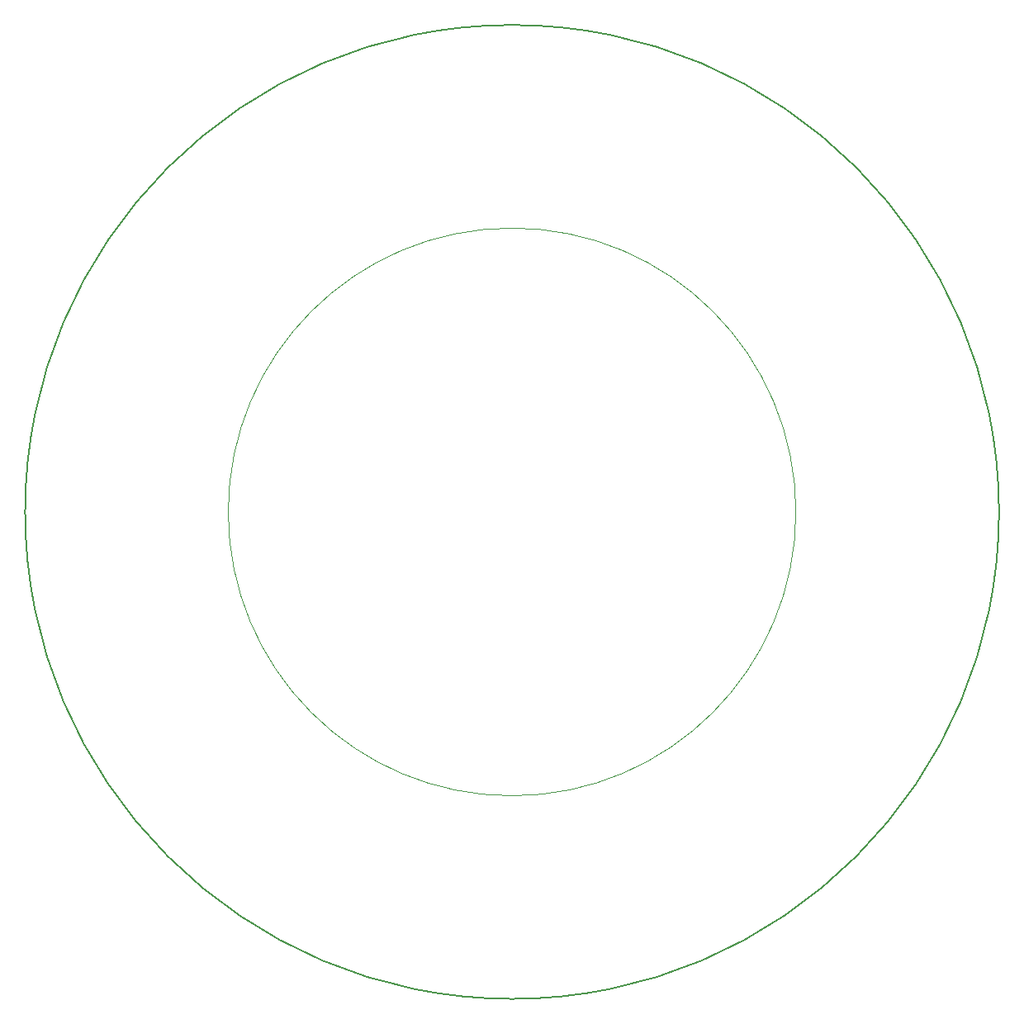
<source format=gbr>
G04 #@! TF.GenerationSoftware,KiCad,Pcbnew,(5.1.4)-1*
G04 #@! TF.CreationDate,2020-09-27T16:22:14-07:00*
G04 #@! TF.ProjectId,StarGazer,53746172-4761-47a6-9572-2e6b69636164,rev?*
G04 #@! TF.SameCoordinates,Original*
G04 #@! TF.FileFunction,Profile,NP*
%FSLAX46Y46*%
G04 Gerber Fmt 4.6, Leading zero omitted, Abs format (unit mm)*
G04 Created by KiCad (PCBNEW (5.1.4)-1) date 2020-09-27 16:22:14*
%MOMM*%
%LPD*%
G04 APERTURE LIST*
%ADD10C,0.150000*%
%ADD11C,0.100000*%
G04 APERTURE END LIST*
D10*
X209881000Y-89928000D02*
G75*
G03X209881000Y-89928000I-49925000J0D01*
G01*
D11*
X189056000Y-89928000D02*
G75*
G03X189056000Y-89928000I-29100000J0D01*
G01*
M02*

</source>
